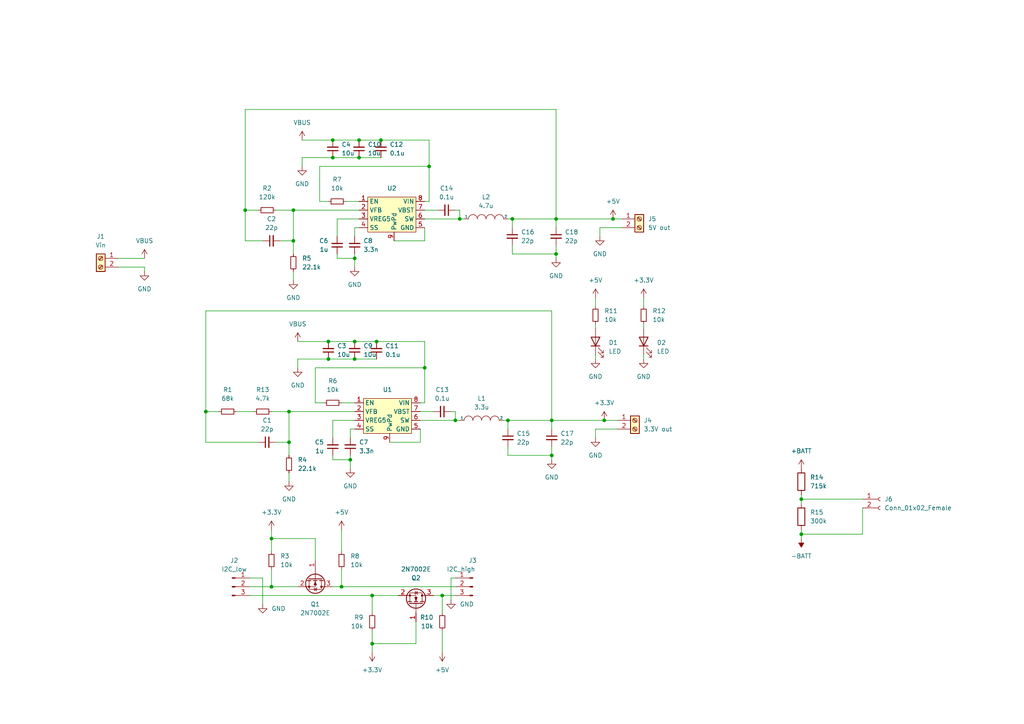
<source format=kicad_sch>
(kicad_sch (version 20211123) (generator eeschema)
  (paper "A4")
  (lib_symbols
    (symbol "Connector:Conn_01x02_Female" (pin_names (offset 1.016) hide)
      (property "Reference" "J" (at 0 2.54 0))
      (property "Value" "Conn_01x02_Female" (at 0 -5.08 0))
      (symbol "Conn_01x02_Female_1_1"
        (arc (start 0 -2.032) (mid -0.508 -2.54) (end 0 -3.048) (stroke (width 0.1524)))
        (polyline (pts (xy -1.27 -2.54) (xy -0.508 -2.54)) (stroke (width 0.1524)))
        (polyline (pts (xy -1.27 0) (xy -0.508 0)) (stroke (width 0.1524)))
        (arc (start 0 0.508) (mid -0.508 0) (end 0 -0.508) (stroke (width 0.1524)))
        (pin passive line (at -5.08 0 0) (length 3.81) (name "Pin_1") (number "1"))
        (pin passive line (at -5.08 -2.54 0) (length 3.81) (name "Pin_2") (number "2"))
      )
    )
    (symbol "Connector:Conn_01x03_Male" (pin_names (offset 1.016) hide)
      (property "Reference" "J" (at 0 5.08 0))
      (property "Value" "Conn_01x03_Male" (at 0 -5.08 0))
      (symbol "Conn_01x03_Male_1_1"
        (polyline (pts (xy 1.27 -2.54) (xy 0.8636 -2.54)) (stroke (width 0.1524)))
        (polyline (pts (xy 1.27 0) (xy 0.8636 0)) (stroke (width 0.1524)))
        (polyline (pts (xy 1.27 2.54) (xy 0.8636 2.54)) (stroke (width 0.1524)))
        (rectangle (start 0.8636 -2.413) (end 0 -2.667) (stroke (width 0.1524)) (fill (type outline)))
        (rectangle (start 0.8636 0.127) (end 0 -0.127) (stroke (width 0.1524)) (fill (type outline)))
        (rectangle (start 0.8636 2.667) (end 0 2.413) (stroke (width 0.1524)) (fill (type outline)))
        (pin passive line (at 5.08 2.54 180) (length 3.81) (name "Pin_1") (number "1"))
        (pin passive line (at 5.08 0 180) (length 3.81) (name "Pin_2") (number "2"))
        (pin passive line (at 5.08 -2.54 180) (length 3.81) (name "Pin_3") (number "3"))
      )
    )
    (symbol "Connector:Screw_Terminal_01x02" (pin_names (offset 1.016) hide)
      (property "Reference" "J" (at 0 2.54 0))
      (property "Value" "Screw_Terminal_01x02" (at 0 -5.08 0))
      (symbol "Screw_Terminal_01x02_1_1"
        (rectangle (start -1.27 1.27) (end 1.27 -3.81) (stroke (width 0.254)) (fill (type background)))
        (circle (center 0 -2.54) (radius 0.635) (stroke (width 0.1524)))
        (polyline (pts (xy -0.5334 -2.2098) (xy 0.3302 -3.048)) (stroke (width 0.1524)))
        (polyline (pts (xy -0.5334 0.3302) (xy 0.3302 -0.508)) (stroke (width 0.1524)))
        (polyline (pts (xy -0.3556 -2.032) (xy 0.508 -2.8702)) (stroke (width 0.1524)))
        (polyline (pts (xy -0.3556 0.508) (xy 0.508 -0.3302)) (stroke (width 0.1524)))
        (circle (center 0 0) (radius 0.635) (stroke (width 0.1524)))
        (pin passive line (at -5.08 0 0) (length 3.81) (name "Pin_1") (number "1"))
        (pin passive line (at -5.08 -2.54 0) (length 3.81) (name "Pin_2") (number "2"))
      )
    )
    (symbol "Device:C_Small" (pin_numbers hide) (pin_names (offset 0.254) hide)
      (property "Reference" "C" (at 0.254 1.778 0))
      (property "Value" "C_Small" (at 0.254 -2.032 0))
      (symbol "C_Small_0_1"
        (polyline (pts (xy -1.524 -0.508) (xy 1.524 -0.508)) (stroke (width 0.3302)))
        (polyline (pts (xy -1.524 0.508) (xy 1.524 0.508)) (stroke (width 0.3048)))
      )
      (symbol "C_Small_1_1"
        (pin passive line (at 0 2.54 270) (length 2.032) (name "~") (number "1"))
        (pin passive line (at 0 -2.54 90) (length 2.032) (name "~") (number "2"))
      )
    )
    (symbol "Device:LED" (pin_numbers hide) (pin_names (offset 1.016) hide)
      (property "Reference" "D" (at 0 2.54 0))
      (property "Value" "LED" (at 0 -2.54 0))
      (symbol "LED_0_1"
        (polyline (pts (xy -1.27 -1.27) (xy -1.27 1.27)) (stroke (width 0.254)))
        (polyline (pts (xy -1.27 0) (xy 1.27 0)))
        (polyline (pts (xy 1.27 -1.27) (xy 1.27 1.27) (xy -1.27 0) (xy 1.27 -1.27)) (stroke (width 0.254)))
        (polyline (pts (xy -3.048 -0.762) (xy -4.572 -2.286) (xy -3.81 -2.286) (xy -4.572 -2.286) (xy -4.572 -1.524)))
        (polyline (pts (xy -1.778 -0.762) (xy -3.302 -2.286) (xy -2.54 -2.286) (xy -3.302 -2.286) (xy -3.302 -1.524)))
      )
      (symbol "LED_1_1"
        (pin passive line (at -3.81 0 0) (length 2.54) (name "K") (number "1"))
        (pin passive line (at 3.81 0 180) (length 2.54) (name "A") (number "2"))
      )
    )
    (symbol "Device:R" (pin_numbers hide) (pin_names (offset 0))
      (property "Reference" "R" (at 2.032 0 90))
      (property "Value" "R" (at 0 0 90))
      (symbol "R_0_1"
        (rectangle (start -1.016 -2.54) (end 1.016 2.54) (stroke (width 0.254)))
      )
      (symbol "R_1_1"
        (pin passive line (at 0 3.81 270) (length 1.27) (name "~") (number "1"))
        (pin passive line (at 0 -3.81 90) (length 1.27) (name "~") (number "2"))
      )
    )
    (symbol "Device:R_Small" (pin_numbers hide) (pin_names (offset 0.254) hide)
      (property "Reference" "R" (at 0.762 0.508 0))
      (property "Value" "R_Small" (at 0.762 -1.016 0))
      (symbol "R_Small_0_1"
        (rectangle (start -0.762 1.778) (end 0.762 -1.778) (stroke (width 0.2032)))
      )
      (symbol "R_Small_1_1"
        (pin passive line (at 0 2.54 270) (length 0.762) (name "~") (number "1"))
        (pin passive line (at 0 -2.54 90) (length 0.762) (name "~") (number "2"))
      )
    )
    (symbol "Samolot:TPS54228"
      (property "Reference" "U" (at 0 -3.81 0))
      (symbol "TPS54228_0_1"
        (rectangle (start -6.35 8.89) (end 7.62 -1.27) (fill (type background)))
      )
      (symbol "TPS54228_1_1"
        (pin input line (at -8.89 7.62 0) (length 2.54) (name "EN") (number "1"))
        (pin input line (at -8.89 5.08 0) (length 2.54) (name "VFB") (number "2"))
        (pin output line (at -8.89 2.54 0) (length 2.54) (name "VREG5") (number "3"))
        (pin input line (at -8.89 0 0) (length 2.54) (name "SS") (number "4"))
        (pin power_in line (at 10.16 0 180) (length 2.54) (name "GND") (number "5"))
        (pin output line (at 10.16 2.54 180) (length 2.54) (name "SW") (number "6"))
        (pin input line (at 10.16 5.08 180) (length 2.54) (name "VBST") (number "7"))
        (pin power_in line (at 10.16 7.62 180) (length 2.54) (name "VIN") (number "8"))
        (pin unspecified line (at 1.27 -3.81 90) (length 2.54) (name "PwPd") (number "9"))
      )
    )
    (symbol "TPS54228_1"
      (property "Reference" "U" (at 0 -3.81 0))
      (symbol "TPS54228_1_0_1"
        (rectangle (start -6.35 8.89) (end 7.62 -1.27) (fill (type background)))
      )
      (symbol "TPS54228_1_1_1"
        (pin input line (at -8.89 7.62 0) (length 2.54) (name "EN") (number "1"))
        (pin input line (at -8.89 5.08 0) (length 2.54) (name "VFB") (number "2"))
        (pin output line (at -8.89 2.54 0) (length 2.54) (name "VREG5") (number "3"))
        (pin input line (at -8.89 0 0) (length 2.54) (name "SS") (number "4"))
        (pin power_in line (at 10.16 0 180) (length 2.54) (name "GND") (number "5"))
        (pin output line (at 10.16 2.54 180) (length 2.54) (name "SW") (number "6"))
        (pin input line (at 10.16 5.08 180) (length 2.54) (name "VBST") (number "7"))
        (pin power_in line (at 10.16 7.62 180) (length 2.54) (name "VIN") (number "8"))
        (pin unspecified line (at 1.27 -3.81 90) (length 2.54) (name "PwPd") (number "9"))
      )
    )
    (symbol "Transistor_FET:2N7002E" (pin_names hide)
      (property "Reference" "Q" (at 5.08 1.905 0))
      (property "Value" "2N7002E" (at 5.08 0 0))
      (symbol "2N7002E_0_1"
        (polyline (pts (xy 0.254 0) (xy -2.54 0)))
        (polyline (pts (xy 0.254 1.905) (xy 0.254 -1.905)) (stroke (width 0.254)))
        (polyline (pts (xy 0.762 -1.27) (xy 0.762 -2.286)) (stroke (width 0.254)))
        (polyline (pts (xy 0.762 0.508) (xy 0.762 -0.508)) (stroke (width 0.254)))
        (polyline (pts (xy 0.762 2.286) (xy 0.762 1.27)) (stroke (width 0.254)))
        (polyline (pts (xy 2.54 2.54) (xy 2.54 1.778)))
        (polyline (pts (xy 2.54 -2.54) (xy 2.54 0) (xy 0.762 0)))
        (polyline (pts (xy 0.762 -1.778) (xy 3.302 -1.778) (xy 3.302 1.778) (xy 0.762 1.778)))
        (polyline (pts (xy 1.016 0) (xy 2.032 0.381) (xy 2.032 -0.381) (xy 1.016 0)) (fill (type outline)))
        (polyline (pts (xy 2.794 0.508) (xy 2.921 0.381) (xy 3.683 0.381) (xy 3.81 0.254)))
        (polyline (pts (xy 3.302 0.381) (xy 2.921 -0.254) (xy 3.683 -0.254) (xy 3.302 0.381)))
        (circle (center 1.651 0) (radius 2.794) (stroke (width 0.254)))
        (circle (center 2.54 -1.778) (radius 0.254) (fill (type outline)))
        (circle (center 2.54 1.778) (radius 0.254) (fill (type outline)))
      )
      (symbol "2N7002E_1_1"
        (pin input line (at -5.08 0 0) (length 2.54) (name "G") (number "1"))
        (pin passive line (at 2.54 -5.08 90) (length 2.54) (name "S") (number "2"))
        (pin passive line (at 2.54 5.08 270) (length 2.54) (name "D") (number "3"))
      )
    )
    (symbol "power:+3.3V" (power) (pin_names (offset 0))
      (property "Value" "+3.3V" (at 0 3.556 0))
      (symbol "+3.3V_0_1"
        (polyline (pts (xy -0.762 1.27) (xy 0 2.54)))
        (polyline (pts (xy 0 0) (xy 0 2.54)))
        (polyline (pts (xy 0 2.54) (xy 0.762 1.27)))
      )
      (symbol "+3.3V_1_1"
        (pin power_in line (at 0 0 90) (length 0) hide (name "+3.3V") (number "1"))
      )
    )
    (symbol "power:+5V" (power) (pin_names (offset 0))
      (property "Value" "+5V" (at 0 3.556 0))
      (symbol "+5V_0_1"
        (polyline (pts (xy -0.762 1.27) (xy 0 2.54)))
        (polyline (pts (xy 0 0) (xy 0 2.54)))
        (polyline (pts (xy 0 2.54) (xy 0.762 1.27)))
      )
      (symbol "+5V_1_1"
        (pin power_in line (at 0 0 90) (length 0) hide (name "+5V") (number "1"))
      )
    )
    (symbol "power:+BATT" (power) (pin_names (offset 0))
      (property "Value" "+BATT" (at 0 3.556 0))
      (symbol "+BATT_0_1"
        (polyline (pts (xy -0.762 1.27) (xy 0 2.54)))
        (polyline (pts (xy 0 0) (xy 0 2.54)))
        (polyline (pts (xy 0 2.54) (xy 0.762 1.27)))
      )
      (symbol "+BATT_1_1"
        (pin power_in line (at 0 0 90) (length 0) hide (name "+BATT") (number "1"))
      )
    )
    (symbol "power:-BATT" (power) (pin_names (offset 0))
      (property "Value" "-BATT" (at 0 3.556 0))
      (symbol "-BATT_0_1"
        (polyline (pts (xy 0 0) (xy 0 2.54)))
        (polyline (pts (xy 0.762 1.27) (xy -0.762 1.27) (xy 0 2.54) (xy 0.762 1.27)) (fill (type outline)))
      )
      (symbol "-BATT_1_1"
        (pin power_in line (at 0 0 90) (length 0) hide (name "-BATT") (number "1"))
      )
    )
    (symbol "power:GND" (power) (pin_names (offset 0))
      (property "Value" "GND" (at 0 -3.81 0))
      (symbol "GND_0_1"
        (polyline (pts (xy 0 0) (xy 0 -1.27) (xy 1.27 -1.27) (xy 0 -2.54) (xy -1.27 -1.27) (xy 0 -1.27)))
      )
      (symbol "GND_1_1"
        (pin power_in line (at 0 0 270) (length 0) hide (name "GND") (number "1"))
      )
    )
    (symbol "power:VBUS" (power) (pin_names (offset 0))
      (property "Value" "VBUS" (at 0 3.81 0))
      (symbol "VBUS_0_1"
        (polyline (pts (xy -0.762 1.27) (xy 0 2.54)))
        (polyline (pts (xy 0 0) (xy 0 2.54)))
        (polyline (pts (xy 0 2.54) (xy 0.762 1.27)))
      )
      (symbol "VBUS_1_1"
        (pin power_in line (at 0 0 90) (length 0) hide (name "VBUS") (number "1"))
      )
    )
    (symbol "pspice:INDUCTOR" (pin_numbers hide) (pin_names (offset 0))
      (property "Reference" "L" (at 0 2.54 0))
      (property "Value" "INDUCTOR" (at 0 -1.27 0))
      (symbol "INDUCTOR_0_1"
        (arc (start -2.54 0) (mid -3.81 1.27) (end -5.08 0))
        (arc (start 0 0) (mid -1.27 1.27) (end -2.54 0))
        (arc (start 2.54 0) (mid 1.27 1.27) (end 0 0))
        (arc (start 5.08 0) (mid 3.81 1.27) (end 2.54 0))
      )
      (symbol "INDUCTOR_1_1"
        (pin input line (at -6.35 0 0) (length 1.27) (name "1") (number "1"))
        (pin input line (at 6.35 0 180) (length 1.27) (name "2") (number "2"))
      )
    )
  )
  (junction (at 78.74 170.18))
  (junction (at 102.87 99.06))
  (junction (at 160.02 121.92))
  (junction (at 85.09 69.85))
  (junction (at 123.19 106.68))
  (junction (at 161.29 73.66))
  (junction (at 85.09 60.96))
  (junction (at 59.69 119.38))
  (junction (at 96.52 40.64))
  (junction (at 104.14 40.64))
  (junction (at 175.26 121.92))
  (junction (at 83.82 128.27))
  (junction (at 99.06 170.18))
  (junction (at 95.25 104.14))
  (junction (at 101.6 133.35))
  (junction (at 107.95 172.72))
  (junction (at 160.02 132.08))
  (junction (at 232.41 154.94))
  (junction (at 177.8 63.5))
  (junction (at 104.14 45.72))
  (junction (at 148.59 63.5))
  (junction (at 102.87 74.93))
  (junction (at 133.35 63.5))
  (junction (at 147.32 121.92))
  (junction (at 102.87 104.14))
  (junction (at 124.46 48.26))
  (junction (at 95.25 99.06))
  (junction (at 96.52 45.72))
  (junction (at 132.08 121.92))
  (junction (at 232.41 144.78))
  (junction (at 110.49 40.64))
  (junction (at 109.22 99.06))
  (junction (at 107.95 186.69))
  (junction (at 83.82 119.38))
  (junction (at 71.12 60.96))
  (junction (at 78.74 156.21))
  (junction (at 161.29 63.5))
  (junction (at 128.27 172.72))
  (wire (pts (xy 147.32 129.54) (xy 147.32 132.08)))
  (wire (pts (xy 95.25 104.14) (xy 102.87 104.14)))
  (wire (pts (xy 99.06 116.84) (xy 102.87 116.84)))
  (wire (pts (xy 96.52 40.64) (xy 104.14 40.64)))
  (wire (pts (xy 97.79 63.5) (xy 104.14 63.5)))
  (wire (pts (xy 72.39 170.18) (xy 78.74 170.18)))
  (wire (pts (xy 172.72 86.36) (xy 172.72 88.9)))
  (wire (pts (xy 186.69 93.98) (xy 186.69 95.25)))
  (wire (pts (xy 87.63 45.72) (xy 87.63 48.26)))
  (wire (pts (xy 78.74 156.21) (xy 78.74 160.02)))
  (wire (pts (xy 96.52 121.92) (xy 102.87 121.92)))
  (wire (pts (xy 80.01 60.96) (xy 85.09 60.96)))
  (wire (pts (xy 99.06 165.1) (xy 99.06 170.18)))
  (wire (pts (xy 85.09 78.74) (xy 85.09 81.28)))
  (wire (pts (xy 87.63 40.64) (xy 96.52 40.64)))
  (wire (pts (xy 97.79 68.58) (xy 97.79 63.5)))
  (wire (pts (xy 172.72 102.87) (xy 172.72 104.14)))
  (wire (pts (xy 148.59 71.12) (xy 148.59 73.66)))
  (wire (pts (xy 87.63 45.72) (xy 96.52 45.72)))
  (wire (pts (xy 172.72 93.98) (xy 172.72 95.25)))
  (wire (pts (xy 85.09 60.96) (xy 85.09 69.85)))
  (wire (pts (xy 59.69 90.17) (xy 160.02 90.17)))
  (wire (pts (xy 91.44 162.56) (xy 91.44 156.21)))
  (wire (pts (xy 86.36 104.14) (xy 86.36 106.68)))
  (wire (pts (xy 121.92 121.92) (xy 132.08 121.92)))
  (wire (pts (xy 132.08 119.38) (xy 132.08 121.92)))
  (wire (pts (xy 95.25 99.06) (xy 102.87 99.06)))
  (wire (pts (xy 101.6 133.35) (xy 96.52 133.35)))
  (wire (pts (xy 34.29 74.93) (xy 41.91 74.93)))
  (wire (pts (xy 102.87 66.04) (xy 104.14 66.04)))
  (wire (pts (xy 232.41 144.78) (xy 250.19 144.78)))
  (wire (pts (xy 102.87 99.06) (xy 109.22 99.06)))
  (wire (pts (xy 107.95 186.69) (xy 107.95 182.88)))
  (wire (pts (xy 160.02 132.08) (xy 147.32 132.08)))
  (wire (pts (xy 109.22 99.06) (xy 123.19 99.06)))
  (wire (pts (xy 104.14 45.72) (xy 110.49 45.72)))
  (wire (pts (xy 102.87 77.47) (xy 102.87 74.93)))
  (wire (pts (xy 96.52 170.18) (xy 99.06 170.18)))
  (wire (pts (xy 68.58 119.38) (xy 73.66 119.38)))
  (wire (pts (xy 160.02 129.54) (xy 160.02 132.08)))
  (wire (pts (xy 102.87 73.66) (xy 102.87 74.93)))
  (wire (pts (xy 59.69 128.27) (xy 59.69 119.38)))
  (wire (pts (xy 92.71 58.42) (xy 95.25 58.42)))
  (wire (pts (xy 86.36 170.18) (xy 78.74 170.18)))
  (wire (pts (xy 175.26 121.92) (xy 179.07 121.92)))
  (wire (pts (xy 160.02 133.35) (xy 160.02 132.08)))
  (wire (pts (xy 124.46 40.64) (xy 124.46 48.26)))
  (wire (pts (xy 96.52 127) (xy 96.52 121.92)))
  (wire (pts (xy 83.82 137.16) (xy 83.82 139.7)))
  (wire (pts (xy 179.07 124.46) (xy 172.72 124.46)))
  (wire (pts (xy 92.71 48.26) (xy 124.46 48.26)))
  (wire (pts (xy 91.44 106.68) (xy 123.19 106.68)))
  (wire (pts (xy 102.87 104.14) (xy 109.22 104.14)))
  (wire (pts (xy 80.01 128.27) (xy 83.82 128.27)))
  (wire (pts (xy 133.35 63.5) (xy 134.62 63.5)))
  (wire (pts (xy 76.2 69.85) (xy 71.12 69.85)))
  (wire (pts (xy 160.02 121.92) (xy 147.32 121.92)))
  (wire (pts (xy 161.29 73.66) (xy 148.59 73.66)))
  (wire (pts (xy 232.41 154.94) (xy 232.41 153.67)))
  (wire (pts (xy 124.46 48.26) (xy 124.46 58.42)))
  (wire (pts (xy 128.27 172.72) (xy 132.08 172.72)))
  (wire (pts (xy 160.02 124.46) (xy 160.02 121.92)))
  (wire (pts (xy 123.19 63.5) (xy 133.35 63.5)))
  (wire (pts (xy 128.27 177.8) (xy 128.27 172.72)))
  (wire (pts (xy 71.12 31.75) (xy 161.29 31.75)))
  (wire (pts (xy 120.65 180.34) (xy 120.65 186.69)))
  (wire (pts (xy 132.08 60.96) (xy 133.35 60.96)))
  (wire (pts (xy 91.44 116.84) (xy 91.44 106.68)))
  (wire (pts (xy 130.81 167.64) (xy 132.08 167.64)))
  (wire (pts (xy 161.29 66.04) (xy 161.29 63.5)))
  (wire (pts (xy 161.29 31.75) (xy 161.29 63.5)))
  (wire (pts (xy 100.33 58.42) (xy 104.14 58.42)))
  (wire (pts (xy 130.81 173.99) (xy 130.81 167.64)))
  (wire (pts (xy 186.69 102.87) (xy 186.69 104.14)))
  (wire (pts (xy 72.39 167.64) (xy 76.2 167.64)))
  (wire (pts (xy 148.59 63.5) (xy 148.59 66.04)))
  (wire (pts (xy 101.6 127) (xy 101.6 124.46)))
  (wire (pts (xy 97.79 73.66) (xy 97.79 74.93)))
  (wire (pts (xy 78.74 119.38) (xy 83.82 119.38)))
  (wire (pts (xy 91.44 116.84) (xy 93.98 116.84)))
  (wire (pts (xy 86.36 99.06) (xy 95.25 99.06)))
  (wire (pts (xy 123.19 66.04) (xy 123.19 69.85)))
  (wire (pts (xy 172.72 124.46) (xy 172.72 127)))
  (wire (pts (xy 128.27 189.23) (xy 128.27 182.88)))
  (wire (pts (xy 147.32 63.5) (xy 148.59 63.5)))
  (wire (pts (xy 96.52 45.72) (xy 104.14 45.72)))
  (wire (pts (xy 107.95 172.72) (xy 107.95 177.8)))
  (wire (pts (xy 130.81 119.38) (xy 132.08 119.38)))
  (wire (pts (xy 72.39 172.72) (xy 107.95 172.72)))
  (wire (pts (xy 59.69 119.38) (xy 59.69 90.17)))
  (wire (pts (xy 107.95 189.23) (xy 107.95 186.69)))
  (wire (pts (xy 78.74 153.67) (xy 78.74 156.21)))
  (wire (pts (xy 76.2 167.64) (xy 76.2 175.26)))
  (wire (pts (xy 71.12 69.85) (xy 71.12 60.96)))
  (wire (pts (xy 83.82 128.27) (xy 83.82 132.08)))
  (wire (pts (xy 123.19 116.84) (xy 121.92 116.84)))
  (wire (pts (xy 59.69 119.38) (xy 63.5 119.38)))
  (wire (pts (xy 250.19 147.32) (xy 250.19 154.94)))
  (wire (pts (xy 104.14 40.64) (xy 110.49 40.64)))
  (wire (pts (xy 110.49 40.64) (xy 124.46 40.64)))
  (wire (pts (xy 92.71 58.42) (xy 92.71 48.26)))
  (wire (pts (xy 160.02 90.17) (xy 160.02 121.92)))
  (wire (pts (xy 34.29 77.47) (xy 41.91 77.47)))
  (wire (pts (xy 133.35 60.96) (xy 133.35 63.5)))
  (wire (pts (xy 232.41 156.21) (xy 232.41 154.94)))
  (wire (pts (xy 120.65 186.69) (xy 107.95 186.69)))
  (wire (pts (xy 99.06 153.67) (xy 99.06 160.02)))
  (wire (pts (xy 123.19 106.68) (xy 123.19 116.84)))
  (wire (pts (xy 160.02 121.92) (xy 175.26 121.92)))
  (wire (pts (xy 102.87 68.58) (xy 102.87 66.04)))
  (wire (pts (xy 232.41 143.51) (xy 232.41 144.78)))
  (wire (pts (xy 83.82 119.38) (xy 102.87 119.38)))
  (wire (pts (xy 123.19 99.06) (xy 123.19 106.68)))
  (wire (pts (xy 71.12 60.96) (xy 74.93 60.96)))
  (wire (pts (xy 123.19 69.85) (xy 114.3 69.85)))
  (wire (pts (xy 101.6 132.08) (xy 101.6 133.35)))
  (wire (pts (xy 161.29 74.93) (xy 161.29 73.66)))
  (wire (pts (xy 91.44 156.21) (xy 78.74 156.21)))
  (wire (pts (xy 232.41 144.78) (xy 232.41 146.05)))
  (wire (pts (xy 102.87 74.93) (xy 97.79 74.93)))
  (wire (pts (xy 71.12 60.96) (xy 71.12 31.75)))
  (wire (pts (xy 124.46 58.42) (xy 123.19 58.42)))
  (wire (pts (xy 147.32 121.92) (xy 147.32 124.46)))
  (wire (pts (xy 81.28 69.85) (xy 85.09 69.85)))
  (wire (pts (xy 85.09 60.96) (xy 104.14 60.96)))
  (wire (pts (xy 101.6 135.89) (xy 101.6 133.35)))
  (wire (pts (xy 250.19 154.94) (xy 232.41 154.94)))
  (wire (pts (xy 161.29 71.12) (xy 161.29 73.66)))
  (wire (pts (xy 41.91 77.47) (xy 41.91 78.74)))
  (wire (pts (xy 177.8 63.5) (xy 180.34 63.5)))
  (wire (pts (xy 86.36 104.14) (xy 95.25 104.14)))
  (wire (pts (xy 173.99 66.04) (xy 173.99 68.58)))
  (wire (pts (xy 83.82 119.38) (xy 83.82 128.27)))
  (wire (pts (xy 132.08 121.92) (xy 133.35 121.92)))
  (wire (pts (xy 85.09 69.85) (xy 85.09 73.66)))
  (wire (pts (xy 96.52 132.08) (xy 96.52 133.35)))
  (wire (pts (xy 146.05 121.92) (xy 147.32 121.92)))
  (wire (pts (xy 121.92 128.27) (xy 113.03 128.27)))
  (wire (pts (xy 99.06 170.18) (xy 132.08 170.18)))
  (wire (pts (xy 123.19 60.96) (xy 127 60.96)))
  (wire (pts (xy 161.29 63.5) (xy 148.59 63.5)))
  (wire (pts (xy 186.69 86.36) (xy 186.69 88.9)))
  (wire (pts (xy 74.93 128.27) (xy 59.69 128.27)))
  (wire (pts (xy 115.57 172.72) (xy 107.95 172.72)))
  (wire (pts (xy 161.29 63.5) (xy 177.8 63.5)))
  (wire (pts (xy 125.73 172.72) (xy 128.27 172.72)))
  (wire (pts (xy 78.74 170.18) (xy 78.74 165.1)))
  (wire (pts (xy 121.92 124.46) (xy 121.92 128.27)))
  (wire (pts (xy 121.92 119.38) (xy 125.73 119.38)))
  (wire (pts (xy 180.34 66.04) (xy 173.99 66.04)))
  (wire (pts (xy 101.6 124.46) (xy 102.87 124.46)))
  (symbol (lib_id "power:GND") (at 130.81 173.99 0) (unit 1)
    (property "Reference" "#PWR016" (effects hide))
    (property "Value" "GND" (at 133.35 175.2599 0) (effects (justify left)))
  )
  (symbol (lib_id "power:+5V") (at 128.27 189.23 0) (mirror x) (unit 1)
    (property "Reference" "#PWR015" (effects hide))
    (property "Value" "+5V" (at 128.27 194.31 0))
  )
  (symbol (lib_id "Device:C_Small") (at 95.25 101.6 180) (unit 1)
    (property "Reference" "C3" (at 97.79 100.3235 0) (effects (justify right)))
    (property "Value" "10u" (at 97.79 102.8635 0) (effects (justify right)))
    (property "Footprint" "Capacitor_SMD:C_1206_3216Metric_Pad1.33x1.80mm_HandSolder" (effects hide))
    (property "Datasheet" "https://www.tme.eu/pl/details/cl31a106kahnnne/kondensatory-mlcc-smd/samsung/" (effects hide))
  )
  (symbol (lib_id "Connector:Conn_01x03_Male") (at 67.31 170.18 0) (unit 1)
    (property "Reference" "J2" (at 67.945 162.56 0))
    (property "Value" "I2C_low" (at 67.945 165.1 0))
    (property "Footprint" "Connector_PinSocket_2.54mm:PinSocket_1x03_P2.54mm_Vertical" (effects hide))
  )
  (symbol (lib_id "Device:C_Small") (at 78.74 69.85 90) (unit 1)
    (property "Reference" "C2" (at 78.7463 63.5 90))
    (property "Value" "22p" (at 78.7463 66.04 90))
    (property "Footprint" "Capacitor_SMD:C_1206_3216Metric_Pad1.33x1.80mm_HandSolder" (effects hide))
    (property "Datasheet" "https://www.tme.eu/pl/details/1206n220k102ct/kondensatory-mlcc-smd/walsin/" (effects hide))
  )
  (symbol (lib_id "power:GND") (at 102.87 77.47 0) (unit 1)
    (property "Reference" "#PWR013" (effects hide))
    (property "Value" "GND" (at 102.87 82.55 0))
  )
  (symbol (lib_id "Device:R_Small") (at 85.09 76.2 180) (unit 1)
    (property "Reference" "R5" (at 87.63 74.9299 0) (effects (justify right)))
    (property "Value" "22.1k" (at 87.63 77.4699 0) (effects (justify right)))
    (property "Footprint" "Resistor_SMD:R_1206_3216Metric_Pad1.30x1.75mm_HandSolder" (effects hide))
    (property "Datasheet" "https://www.tme.eu/pl/details/smd1206-22.1k-1%25/rezystory-smd-1206/royal-ohm/1206s4f2212t5e/" (effects hide))
  )
  (symbol (lib_id "power:GND") (at 161.29 74.93 0) (unit 1)
    (property "Reference" "#PWR018" (effects hide))
    (property "Value" "GND" (at 161.29 80.01 0))
  )
  (symbol (lib_id "Device:C_Small") (at 104.14 43.18 180) (unit 1)
    (property "Reference" "C10" (at 106.68 41.9035 0) (effects (justify right)))
    (property "Value" "10u" (at 106.68 44.4435 0) (effects (justify right)))
    (property "Footprint" "Capacitor_SMD:C_1206_3216Metric_Pad1.33x1.80mm_HandSolder" (effects hide))
    (property "Datasheet" "https://www.tme.eu/pl/details/cl31a106kahnnne/kondensatory-mlcc-smd/samsung/" (effects hide))
  )
  (symbol (lib_id "power:GND") (at 101.6 135.89 0) (unit 1)
    (property "Reference" "#PWR012" (effects hide))
    (property "Value" "GND" (at 101.6 140.97 0))
  )
  (symbol (lib_id "power:+3.3V") (at 186.69 86.36 0) (unit 1)
    (property "Reference" "#PWR025" (effects hide))
    (property "Value" "+3.3V" (at 186.69 81.28 0))
  )
  (symbol (lib_id "power:GND") (at 76.2 175.26 0) (unit 1)
    (property "Reference" "#PWR03" (effects hide))
    (property "Value" "GND" (at 78.74 176.5299 0) (effects (justify left)))
  )
  (symbol (lib_id "Device:R_Small") (at 77.47 60.96 90) (unit 1)
    (property "Reference" "R2" (at 77.47 54.61 90))
    (property "Value" "120k" (at 77.47 57.15 90))
    (property "Footprint" "Resistor_SMD:R_1206_3216Metric_Pad1.30x1.75mm_HandSolder" (effects hide))
    (property "Datasheet" "https://www.tme.eu/pl/details/smd1206-120k/rezystory-smd-1206/royal-ohm/1206s4j0124t5e/" (effects hide))
  )
  (symbol (lib_id "power:VBUS") (at 86.36 99.06 0) (unit 1)
    (property "Reference" "#PWR07" (effects hide))
    (property "Value" "VBUS" (at 86.36 93.98 0))
  )
  (symbol (lib_id "Samolot:TPS54228") (at 111.76 124.46 0) (unit 1)
    (property "Reference" "U1" (at 112.395 113.03 0))
    (property "Value" "TPS54228" (effects hide))
    (property "Footprint" "Package_SO:HSOP-8-1EP_3.9x4.9mm_P1.27mm_EP2.41x3.1mm" (effects hide))
    (property "Datasheet" "https://www.tme.eu/pl/details/tps54228d/regulatory-napiecia-uklady-dc-dc/texas-instruments/" (effects hide))
  )
  (symbol (lib_id "Device:C_Small") (at 129.54 60.96 270) (unit 1)
    (property "Reference" "C14" (at 129.5336 54.61 90))
    (property "Value" "0.1u" (at 129.5336 57.15 90))
    (property "Footprint" "Capacitor_SMD:C_1206_3216Metric_Pad1.33x1.80mm_HandSolder" (effects hide))
    (property "Datasheet" "https://www.tme.eu/pl/details/12061c104k4z2a/kondensatory-mlcc-smd/kyocera-avx/" (effects hide))
  )
  (symbol (lib_id "Device:C_Small") (at 109.22 101.6 180) (unit 1)
    (property "Reference" "C11" (at 111.76 100.3235 0) (effects (justify right)))
    (property "Value" "0.1u" (at 111.76 102.8635 0) (effects (justify right)))
    (property "Footprint" "Capacitor_SMD:C_1206_3216Metric_Pad1.33x1.80mm_HandSolder" (effects hide))
    (property "Datasheet" "https://www.tme.eu/pl/details/12061c104k4z2a/kondensatory-mlcc-smd/kyocera-avx/" (effects hide))
  )
  (symbol (lib_id "Device:C_Small") (at 96.52 129.54 0) (mirror x) (unit 1)
    (property "Reference" "C5" (at 93.98 128.2635 0) (effects (justify right)))
    (property "Value" "1u" (at 93.98 130.8035 0) (effects (justify right)))
    (property "Footprint" "Capacitor_SMD:C_1206_3216Metric_Pad1.33x1.80mm_HandSolder" (effects hide))
    (property "Datasheet" "https://www.tme.eu/pl/details/cc1206kkx7r8bb105/kondensatory-mlcc-smd/yageo/" (effects hide))
  )
  (symbol (lib_id "power:+3.3V") (at 78.74 153.67 0) (unit 1)
    (property "Reference" "#PWR04" (effects hide))
    (property "Value" "+3.3V" (at 78.74 148.59 0))
  )
  (symbol (lib_id "power:GND") (at 85.09 81.28 0) (unit 1)
    (property "Reference" "#PWR06" (effects hide))
    (property "Value" "GND" (at 85.09 86.36 0))
  )
  (symbol (lib_id "Device:C_Small") (at 160.02 127 0) (unit 1)
    (property "Reference" "C17" (at 162.56 125.7362 0) (effects (justify left)))
    (property "Value" "22p" (at 162.56 128.2762 0) (effects (justify left)))
    (property "Footprint" "Capacitor_SMD:C_1206_3216Metric_Pad1.33x1.80mm_HandSolder" (effects hide))
    (property "Datasheet" "https://www.tme.eu/pl/details/1206n220k102ct/kondensatory-mlcc-smd/walsin/" (effects hide))
  )
  (symbol (lib_id "Device:R_Small") (at 78.74 162.56 0) (unit 1)
    (property "Reference" "R3" (at 81.28 161.2899 0) (effects (justify left)))
    (property "Value" "10k" (at 81.28 163.8299 0) (effects (justify left)))
    (property "Footprint" "Resistor_SMD:R_1206_3216Metric_Pad1.30x1.75mm_HandSolder" (effects hide))
    (property "Datasheet" "https://www.tme.eu/pl/details/wr12x1002ftl/rezystory-smd-1206/walsin/" (effects hide))
  )
  (symbol (lib_id "power:GND") (at 87.63 48.26 0) (unit 1)
    (property "Reference" "#PWR010" (effects hide))
    (property "Value" "GND" (at 87.63 53.34 0))
  )
  (symbol (lib_id "Device:LED") (at 186.69 99.06 90) (unit 1)
    (property "Reference" "D2" (at 190.5 99.3774 90) (effects (justify right)))
    (property "Value" "LED" (at 190.5 101.9174 90) (effects (justify right)))
    (property "Footprint" "LED_SMD:LED_1206_3216Metric_Pad1.42x1.75mm_HandSolder" (effects hide))
    (property "Datasheet" "https://www.tme.eu/pl/details/osk51206c1e/diody-led-smd-kolorowe/optosupply/" (effects hide))
  )
  (symbol (lib_id "Device:R_Small") (at 107.95 180.34 0) (mirror x) (unit 1)
    (property "Reference" "R9" (at 105.41 179.0699 0) (effects (justify right)))
    (property "Value" "10k" (at 105.41 181.6099 0) (effects (justify right)))
    (property "Footprint" "Resistor_SMD:R_1206_3216Metric_Pad1.30x1.75mm_HandSolder" (effects hide))
    (property "Datasheet" "https://www.tme.eu/pl/details/wr12x1002ftl/rezystory-smd-1206/walsin/" (effects hide))
  )
  (symbol (lib_id "Device:R_Small") (at 186.69 91.44 0) (unit 1)
    (property "Reference" "R12" (at 189.23 90.1699 0) (effects (justify left)))
    (property "Value" "10k" (at 189.23 92.7099 0) (effects (justify left)))
    (property "Footprint" "Resistor_SMD:R_1206_3216Metric_Pad1.30x1.75mm_HandSolder" (effects hide))
    (property "Datasheet" "https://www.tme.eu/pl/details/wr12x1002ftl/rezystory-smd-1206/walsin/" (effects hide))
  )
  (symbol (lib_id "Device:C_Small") (at 97.79 71.12 0) (mirror x) (unit 1)
    (property "Reference" "C6" (at 95.25 69.8435 0) (effects (justify right)))
    (property "Value" "1u" (at 95.25 72.3835 0) (effects (justify right)))
    (property "Footprint" "Capacitor_SMD:C_1206_3216Metric_Pad1.33x1.80mm_HandSolder" (effects hide))
    (property "Datasheet" "https://www.tme.eu/pl/details/cc1206kkx7r8bb105/kondensatory-mlcc-smd/yageo/" (effects hide))
  )
  (symbol (lib_id "Device:R_Small") (at 172.72 91.44 0) (unit 1)
    (property "Reference" "R11" (at 175.26 90.1699 0) (effects (justify left)))
    (property "Value" "10k" (at 175.26 92.7099 0) (effects (justify left)))
    (property "Footprint" "Resistor_SMD:R_1206_3216Metric_Pad1.30x1.75mm_HandSolder" (effects hide))
    (property "Datasheet" "https://www.tme.eu/pl/details/wr12x1002ftl/rezystory-smd-1206/walsin/" (effects hide))
  )
  (symbol (lib_id "power:GND") (at 172.72 127 0) (unit 1)
    (property "Reference" "#PWR021" (effects hide))
    (property "Value" "GND" (at 172.72 132.08 0))
  )
  (symbol (lib_id "power:+5V") (at 177.8 63.5 0) (unit 1)
    (property "Reference" "#PWR024" (effects hide))
    (property "Value" "+5V" (at 177.8 58.42 0))
  )
  (symbol (lib_id "Connector:Conn_01x02_Female") (at 255.27 144.78 0) (unit 1)
    (property "Reference" "J6" (at 256.54 144.7799 0) (effects (justify left)))
    (property "Value" "Conn_01x02_Female" (at 256.54 147.3199 0) (effects (justify left)))
  )
  (symbol (lib_id "Device:LED") (at 172.72 99.06 90) (unit 1)
    (property "Reference" "D1" (at 176.53 99.3774 90) (effects (justify right)))
    (property "Value" "LED" (at 176.53 101.9174 90) (effects (justify right)))
    (property "Footprint" "LED_SMD:LED_1206_3216Metric_Pad1.42x1.75mm_HandSolder" (effects hide))
    (property "Datasheet" "https://www.tme.eu/pl/details/osk51206c1e/diody-led-smd-kolorowe/optosupply/" (effects hide))
  )
  (symbol (lib_id "Connector:Screw_Terminal_01x02") (at 29.21 74.93 0) (mirror y) (unit 1)
    (property "Reference" "J1" (at 29.21 68.58 0))
    (property "Value" "Vin" (at 29.21 71.12 0))
    (property "Footprint" "moje:ARK" (effects hide))
    (property "Datasheet" "https://www.tme.eu/pl/details/tb-5.0-p-2p/listwy-zaciskowe-do-druku/ninigi/" (effects hide))
  )
  (symbol (lib_id "Device:C_Small") (at 128.27 119.38 270) (unit 1)
    (property "Reference" "C13" (at 128.2636 113.03 90))
    (property "Value" "0.1u" (at 128.2636 115.57 90))
    (property "Footprint" "Capacitor_SMD:C_1206_3216Metric_Pad1.33x1.80mm_HandSolder" (effects hide))
    (property "Datasheet" "https://www.tme.eu/pl/details/12061c104k4z2a/kondensatory-mlcc-smd/kyocera-avx/" (effects hide))
  )
  (symbol (lib_id "power:GND") (at 173.99 68.58 0) (unit 1)
    (property "Reference" "#PWR022" (effects hide))
    (property "Value" "GND" (at 173.99 73.66 0))
  )
  (symbol (lib_id "Device:R_Small") (at 66.04 119.38 90) (unit 1)
    (property "Reference" "R1" (at 66.04 113.03 90))
    (property "Value" "68k" (at 66.04 115.57 90))
    (property "Footprint" "Resistor_SMD:R_1206_3216Metric_Pad1.30x1.75mm_HandSolder" (effects hide))
    (property "Datasheet" "https://www.tme.eu/pl/details/smd1206-68k-1%25/rezystory-smd-1206/royal-ohm/1206s4f6802t5e/" (effects hide))
  )
  (symbol (lib_id "Device:C_Small") (at 148.59 68.58 0) (unit 1)
    (property "Reference" "C16" (at 151.13 67.3162 0) (effects (justify left)))
    (property "Value" "22p" (at 151.13 69.8562 0) (effects (justify left)))
    (property "Footprint" "Capacitor_SMD:C_1206_3216Metric_Pad1.33x1.80mm_HandSolder" (effects hide))
    (property "Datasheet" "https://www.tme.eu/pl/details/1206n220k102ct/kondensatory-mlcc-smd/walsin/" (effects hide))
  )
  (symbol (lib_id "pspice:INDUCTOR") (at 139.7 121.92 0) (unit 1)
    (property "Reference" "L1" (at 139.7 115.57 0))
    (property "Value" "3.3u" (at 139.7 118.11 0))
    (property "Footprint" "Inductor_SMD:L_Neosid_SM-NE127_HandSoldering" (effects hide))
    (property "Datasheet" "https://www.tme.eu/pl/details/hpi0530-3r3/dlawiki-smd-mocy/ferrocore/" (effects hide))
  )
  (symbol (lib_id "Device:R_Small") (at 97.79 58.42 90) (unit 1)
    (property "Reference" "R7" (at 97.79 52.07 90))
    (property "Value" "10k" (at 97.79 54.61 90))
    (property "Footprint" "Resistor_SMD:R_1206_3216Metric_Pad1.30x1.75mm_HandSolder" (effects hide))
    (property "Datasheet" "https://www.tme.eu/pl/details/wr12x1002ftl/rezystory-smd-1206/walsin/" (effects hide))
  )
  (symbol (lib_id "Device:C_Small") (at 110.49 43.18 180) (unit 1)
    (property "Reference" "C12" (at 113.03 41.9035 0) (effects (justify right)))
    (property "Value" "0.1u" (at 113.03 44.4435 0) (effects (justify right)))
    (property "Footprint" "Capacitor_SMD:C_1206_3216Metric_Pad1.33x1.80mm_HandSolder" (effects hide))
    (property "Datasheet" "https://www.tme.eu/pl/details/12061c104k4z2a/kondensatory-mlcc-smd/kyocera-avx/" (effects hide))
  )
  (symbol (lib_id "Device:R_Small") (at 96.52 116.84 90) (unit 1)
    (property "Reference" "R6" (at 96.52 110.49 90))
    (property "Value" "10k" (at 96.52 113.03 90))
    (property "Footprint" "Resistor_SMD:R_1206_3216Metric_Pad1.30x1.75mm_HandSolder" (effects hide))
    (property "Datasheet" "https://www.tme.eu/pl/details/wr12x1002ftl/rezystory-smd-1206/walsin/" (effects hide))
  )
  (symbol (lib_id "Device:C_Small") (at 161.29 68.58 0) (unit 1)
    (property "Reference" "C18" (at 163.83 67.3162 0) (effects (justify left)))
    (property "Value" "22p" (at 163.83 69.8562 0) (effects (justify left)))
    (property "Footprint" "Capacitor_SMD:C_1206_3216Metric_Pad1.33x1.80mm_HandSolder" (effects hide))
    (property "Datasheet" "https://www.tme.eu/pl/details/1206n220k102ct/kondensatory-mlcc-smd/walsin/" (effects hide))
  )
  (symbol (lib_id "power:VBUS") (at 41.91 74.93 0) (unit 1)
    (property "Reference" "#PWR01" (effects hide))
    (property "Value" "VBUS" (at 41.91 69.85 0))
  )
  (symbol (lib_id "power:VBUS") (at 87.63 40.64 0) (unit 1)
    (property "Reference" "#PWR09" (effects hide))
    (property "Value" "VBUS" (at 87.63 35.56 0))
  )
  (symbol (lib_id "Device:C_Small") (at 96.52 43.18 180) (unit 1)
    (property "Reference" "C4" (at 99.06 41.9035 0) (effects (justify right)))
    (property "Value" "10u" (at 99.06 44.4435 0) (effects (justify right)))
    (property "Footprint" "Capacitor_SMD:C_1206_3216Metric_Pad1.33x1.80mm_HandSolder" (effects hide))
    (property "Datasheet" "https://www.tme.eu/pl/details/cl31a106kahnnne/kondensatory-mlcc-smd/samsung/" (effects hide))
  )
  (symbol (lib_id "Device:R_Small") (at 128.27 180.34 0) (mirror x) (unit 1)
    (property "Reference" "R10" (at 125.73 179.0699 0) (effects (justify right)))
    (property "Value" "10k" (at 125.73 181.6099 0) (effects (justify right)))
    (property "Footprint" "Resistor_SMD:R_1206_3216Metric_Pad1.30x1.75mm_HandSolder" (effects hide))
    (property "Datasheet" "https://www.tme.eu/pl/details/wr12x1002ftl/rezystory-smd-1206/walsin/" (effects hide))
  )
  (symbol (lib_id "power:GND") (at 186.69 104.14 0) (unit 1)
    (property "Reference" "#PWR026" (effects hide))
    (property "Value" "GND" (at 186.69 109.22 0))
  )
  (symbol (lib_id "Device:R") (at 232.41 149.86 180) (unit 1)
    (property "Reference" "R15" (at 234.95 148.5899 0) (effects (justify right)))
    (property "Value" "300k" (at 234.95 151.1299 0) (effects (justify right)))
    (property "Footprint" "Resistor_SMD:R_1206_3216Metric_Pad1.30x1.75mm_HandSolder" (effects hide))
    (property "Datasheet" "https://www.tme.eu/pl/details/smd1206-300k/rezystory-smd-1206/royal-ohm/1206s4j0304t5e/" (effects hide))
  )
  (symbol (lib_id "Device:R_Small") (at 76.2 119.38 90) (unit 1)
    (property "Reference" "R13" (at 76.2 113.03 90))
    (property "Value" "4.7k" (at 76.2 115.57 90))
    (property "Footprint" "Resistor_SMD:R_1206_3216Metric_Pad1.30x1.75mm_HandSolder" (effects hide))
    (property "Datasheet" "https://www.tme.eu/pl/details/rc1206fr-074k7/rezystory-smd-1206/yageo/rc1206fr-074k7l/" (effects hide))
  )
  (symbol (lib_id "power:+3.3V") (at 175.26 121.92 0) (unit 1)
    (property "Reference" "#PWR023" (effects hide))
    (property "Value" "+3.3V" (at 175.26 116.84 0))
  )
  (symbol (lib_id "power:GND") (at 86.36 106.68 0) (unit 1)
    (property "Reference" "#PWR08" (effects hide))
    (property "Value" "GND" (at 86.36 111.76 0))
  )
  (symbol (lib_name "TPS54228_1") (lib_id "Samolot:TPS54228") (at 113.03 66.04 0) (unit 1)
    (property "Reference" "U2" (at 113.665 54.61 0))
    (property "Value" "TPS54228" (effects hide))
    (property "Footprint" "Package_SO:HSOP-8-1EP_3.9x4.9mm_P1.27mm_EP2.41x3.1mm" (effects hide))
    (property "Datasheet" "https://www.tme.eu/pl/details/tps54228d/regulatory-napiecia-uklady-dc-dc/texas-instruments/" (effects hide))
  )
  (symbol (lib_id "Device:C_Small") (at 147.32 127 0) (unit 1)
    (property "Reference" "C15" (at 149.86 125.7362 0) (effects (justify left)))
    (property "Value" "22p" (at 149.86 128.2762 0) (effects (justify left)))
    (property "Footprint" "Capacitor_SMD:C_1206_3216Metric_Pad1.33x1.80mm_HandSolder" (effects hide))
    (property "Datasheet" "https://www.tme.eu/pl/details/1206n220k102ct/kondensatory-mlcc-smd/walsin/" (effects hide))
  )
  (symbol (lib_id "Connector:Screw_Terminal_01x02") (at 184.15 121.92 0) (unit 1)
    (property "Reference" "J4" (at 186.69 121.9199 0) (effects (justify left)))
    (property "Value" "3.3V out" (at 186.69 124.4599 0) (effects (justify left)))
    (property "Footprint" "moje:ARK" (effects hide))
    (property "Datasheet" "https://www.tme.eu/pl/details/tb-5.0-p-2p/listwy-zaciskowe-do-druku/ninigi/" (effects hide))
  )
  (symbol (lib_id "Connector:Screw_Terminal_01x02") (at 185.42 63.5 0) (unit 1)
    (property "Reference" "J5" (at 187.96 63.4999 0) (effects (justify left)))
    (property "Value" "5V out" (at 187.96 66.0399 0) (effects (justify left)))
    (property "Footprint" "moje:ARK" (effects hide))
    (property "Datasheet" "https://www.tme.eu/pl/details/tb-5.0-p-2p/listwy-zaciskowe-do-druku/ninigi/" (effects hide))
  )
  (symbol (lib_id "Device:C_Small") (at 102.87 71.12 180) (unit 1)
    (property "Reference" "C8" (at 105.41 69.8435 0) (effects (justify right)))
    (property "Value" "3.3n" (at 105.41 72.3835 0) (effects (justify right)))
    (property "Footprint" "Capacitor_SMD:C_1206_3216Metric_Pad1.33x1.80mm_HandSolder" (effects hide))
    (property "Datasheet" "https://www.tme.eu/pl/details/12065c332kat2a/kondensatory-mlcc-smd/kyocera-avx/" (effects hide))
  )
  (symbol (lib_id "Device:C_Small") (at 102.87 101.6 180) (unit 1)
    (property "Reference" "C9" (at 105.41 100.3235 0) (effects (justify right)))
    (property "Value" "10u" (at 105.41 102.8635 0) (effects (justify right)))
    (property "Footprint" "Capacitor_SMD:C_1206_3216Metric_Pad1.33x1.80mm_HandSolder" (effects hide))
    (property "Datasheet" "https://www.tme.eu/pl/details/cl31a106kahnnne/kondensatory-mlcc-smd/samsung/" (effects hide))
  )
  (symbol (lib_id "power:GND") (at 172.72 104.14 0) (unit 1)
    (property "Reference" "#PWR020" (effects hide))
    (property "Value" "GND" (at 172.72 109.22 0))
  )
  (symbol (lib_id "power:+BATT") (at 232.41 135.89 0) (unit 1)
    (property "Reference" "#PWR027" (effects hide))
    (property "Value" "+BATT" (at 232.41 130.81 0))
  )
  (symbol (lib_id "power:GND") (at 160.02 133.35 0) (unit 1)
    (property "Reference" "#PWR017" (effects hide))
    (property "Value" "GND" (at 160.02 138.43 0))
  )
  (symbol (lib_id "power:GND") (at 83.82 139.7 0) (unit 1)
    (property "Reference" "#PWR05" (effects hide))
    (property "Value" "GND" (at 83.82 144.78 0))
  )
  (symbol (lib_id "Connector:Conn_01x03_Male") (at 137.16 170.18 0) (mirror y) (unit 1)
    (property "Reference" "J3" (at 135.89 162.56 0) (effects (justify right)))
    (property "Value" "I2C_high" (at 129.54 165.1 0) (effects (justify right)))
    (property "Footprint" "Connector_PinSocket_2.54mm:PinSocket_1x03_P2.54mm_Vertical" (effects hide))
  )
  (symbol (lib_id "Device:C_Small") (at 101.6 129.54 180) (unit 1)
    (property "Reference" "C7" (at 104.14 128.2635 0) (effects (justify right)))
    (property "Value" "3.3n" (at 104.14 130.8035 0) (effects (justify right)))
    (property "Footprint" "Capacitor_SMD:C_1206_3216Metric_Pad1.33x1.80mm_HandSolder" (effects hide))
    (property "Datasheet" "https://www.tme.eu/pl/details/12065c332kat2a/kondensatory-mlcc-smd/kyocera-avx/" (effects hide))
  )
  (symbol (lib_id "Device:R") (at 232.41 139.7 180) (unit 1)
    (property "Reference" "R14" (at 234.95 138.4299 0) (effects (justify right)))
    (property "Value" "715k" (at 234.95 140.9699 0) (effects (justify right)))
    (property "Footprint" "Resistor_SMD:R_1206_3216Metric_Pad1.30x1.75mm_HandSolder" (effects hide))
    (property "Datasheet" "https://www.tme.eu/pl/details/rc1206fr-07715kl/rezystory-smd-1206/yageo/" (effects hide))
  )
  (symbol (lib_id "power:+3.3V") (at 107.95 189.23 0) (mirror x) (unit 1)
    (property "Reference" "#PWR014" (effects hide))
    (property "Value" "+3.3V" (at 107.95 194.31 0))
  )
  (symbol (lib_id "Transistor_FET:2N7002E") (at 120.65 175.26 270) (mirror x) (unit 1)
    (property "Reference" "Q2" (at 120.65 167.64 90))
    (property "Value" "2N7002E" (at 120.65 165.1 90))
    (property "Footprint" "Package_TO_SOT_SMD:SOT-23" (effects hide))
    (property "Datasheet" "https://www.tme.eu/pl/details/2n7002e-7-f/tranzystory-z-kanalem-n-smd/diodes-incorporated/" (effects hide))
  )
  (symbol (lib_id "power:-BATT") (at 232.41 156.21 180) (unit 1)
    (property "Reference" "#PWR028" (effects hide))
    (property "Value" "-BATT" (at 232.41 161.29 0))
  )
  (symbol (lib_id "power:+5V") (at 99.06 153.67 0) (unit 1)
    (property "Reference" "#PWR011" (effects hide))
    (property "Value" "+5V" (at 99.06 148.59 0))
  )
  (symbol (lib_id "power:+5V") (at 172.72 86.36 0) (unit 1)
    (property "Reference" "#PWR019" (effects hide))
    (property "Value" "+5V" (at 172.72 81.28 0))
  )
  (symbol (lib_id "Device:R_Small") (at 83.82 134.62 180) (unit 1)
    (property "Reference" "R4" (at 86.36 133.3499 0) (effects (justify right)))
    (property "Value" "22.1k" (at 86.36 135.8899 0) (effects (justify right)))
    (property "Footprint" "Resistor_SMD:R_1206_3216Metric_Pad1.30x1.75mm_HandSolder" (effects hide))
    (property "Datasheet" "https://www.tme.eu/pl/details/smd1206-22.1k-1%25/rezystory-smd-1206/royal-ohm/1206s4f2212t5e/" (effects hide))
  )
  (symbol (lib_id "pspice:INDUCTOR") (at 140.97 63.5 0) (unit 1)
    (property "Reference" "L2" (at 140.97 57.15 0))
    (property "Value" "4.7u" (at 140.97 59.69 0))
    (property "Footprint" "Inductor_SMD:L_Neosid_SM-NE127_HandSoldering" (effects hide))
    (property "Datasheet" "https://www.tme.eu/pl/details/hpi0530-4r7/dlawiki-smd-mocy/ferrocore/" (effects hide))
  )
  (symbol (lib_id "Device:C_Small") (at 77.47 128.27 90) (unit 1)
    (property "Reference" "C1" (at 77.4763 121.92 90))
    (property "Value" "22p" (at 77.4763 124.46 90))
    (property "Footprint" "Capacitor_SMD:C_1206_3216Metric_Pad1.33x1.80mm_HandSolder" (effects hide))
    (property "Datasheet" "https://www.tme.eu/pl/details/1206n220k102ct/kondensatory-mlcc-smd/walsin/" (effects hide))
  )
  (symbol (lib_id "power:GND") (at 41.91 78.74 0) (unit 1)
    (property "Reference" "#PWR02" (effects hide))
    (property "Value" "GND" (at 41.91 83.82 0))
  )
  (symbol (lib_id "Transistor_FET:2N7002E") (at 91.44 167.64 270) (unit 1)
    (property "Reference" "Q1" (at 91.44 175.26 90))
    (property "Value" "2N7002E" (at 91.44 177.8 90))
    (property "Footprint" "Package_TO_SOT_SMD:SOT-23" (effects hide))
    (property "Datasheet" "https://www.tme.eu/pl/details/2n7002e-7-f/tranzystory-z-kanalem-n-smd/diodes-incorporated/" (effects hide))
  )
  (symbol (lib_id "Device:R_Small") (at 99.06 162.56 0) (unit 1)
    (property "Reference" "R8" (at 101.6 161.2899 0) (effects (justify left)))
    (property "Value" "10k" (at 101.6 163.8299 0) (effects (justify left)))
    (property "Footprint" "Resistor_SMD:R_1206_3216Metric_Pad1.30x1.75mm_HandSolder" (effects hide))
    (property "Datasheet" "https://www.tme.eu/pl/details/wr12x1002ftl/rezystory-smd-1206/walsin/" (effects hide))
  )
)
</source>
